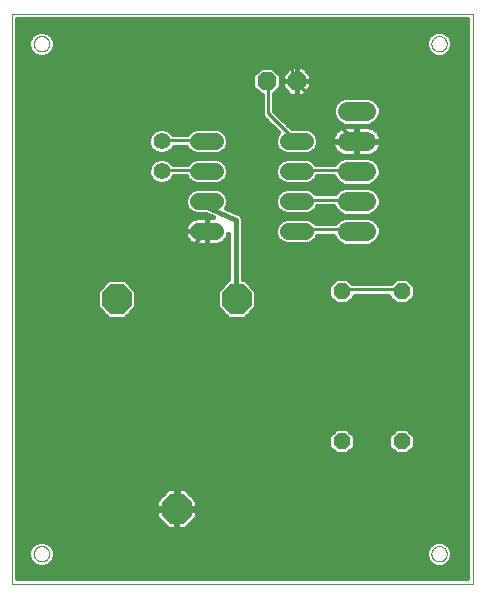
<source format=gtl>
G75*
%MOIN*%
%OFA0B0*%
%FSLAX25Y25*%
%IPPOS*%
%LPD*%
%AMOC8*
5,1,8,0,0,1.08239X$1,22.5*
%
%ADD10C,0.00000*%
%ADD11OC8,0.10000*%
%ADD12OC8,0.06300*%
%ADD13C,0.05600*%
%ADD14OC8,0.05600*%
%ADD15C,0.06400*%
%ADD16C,0.05600*%
%ADD17C,0.01000*%
%ADD18C,0.01600*%
D10*
X0011800Y0016800D02*
X0011800Y0206761D01*
X0165501Y0206761D01*
X0165501Y0016800D01*
X0011800Y0016800D01*
X0019241Y0026800D02*
X0019243Y0026901D01*
X0019249Y0027002D01*
X0019259Y0027103D01*
X0019273Y0027203D01*
X0019291Y0027302D01*
X0019313Y0027401D01*
X0019338Y0027499D01*
X0019368Y0027596D01*
X0019401Y0027691D01*
X0019438Y0027785D01*
X0019479Y0027878D01*
X0019523Y0027969D01*
X0019571Y0028058D01*
X0019623Y0028145D01*
X0019678Y0028230D01*
X0019736Y0028312D01*
X0019797Y0028393D01*
X0019862Y0028471D01*
X0019929Y0028546D01*
X0019999Y0028618D01*
X0020073Y0028688D01*
X0020149Y0028755D01*
X0020227Y0028819D01*
X0020308Y0028879D01*
X0020391Y0028936D01*
X0020477Y0028990D01*
X0020565Y0029041D01*
X0020654Y0029088D01*
X0020745Y0029132D01*
X0020838Y0029171D01*
X0020933Y0029208D01*
X0021028Y0029240D01*
X0021125Y0029269D01*
X0021224Y0029293D01*
X0021322Y0029314D01*
X0021422Y0029331D01*
X0021522Y0029344D01*
X0021623Y0029353D01*
X0021724Y0029358D01*
X0021825Y0029359D01*
X0021926Y0029356D01*
X0022027Y0029349D01*
X0022128Y0029338D01*
X0022228Y0029323D01*
X0022327Y0029304D01*
X0022426Y0029281D01*
X0022523Y0029255D01*
X0022620Y0029224D01*
X0022715Y0029190D01*
X0022808Y0029152D01*
X0022901Y0029110D01*
X0022991Y0029065D01*
X0023080Y0029016D01*
X0023166Y0028964D01*
X0023250Y0028908D01*
X0023333Y0028849D01*
X0023412Y0028787D01*
X0023490Y0028722D01*
X0023564Y0028654D01*
X0023636Y0028582D01*
X0023705Y0028509D01*
X0023771Y0028432D01*
X0023834Y0028353D01*
X0023894Y0028271D01*
X0023950Y0028187D01*
X0024003Y0028101D01*
X0024053Y0028013D01*
X0024099Y0027923D01*
X0024142Y0027832D01*
X0024181Y0027738D01*
X0024216Y0027643D01*
X0024247Y0027547D01*
X0024275Y0027450D01*
X0024299Y0027352D01*
X0024319Y0027253D01*
X0024335Y0027153D01*
X0024347Y0027052D01*
X0024355Y0026952D01*
X0024359Y0026851D01*
X0024359Y0026749D01*
X0024355Y0026648D01*
X0024347Y0026548D01*
X0024335Y0026447D01*
X0024319Y0026347D01*
X0024299Y0026248D01*
X0024275Y0026150D01*
X0024247Y0026053D01*
X0024216Y0025957D01*
X0024181Y0025862D01*
X0024142Y0025768D01*
X0024099Y0025677D01*
X0024053Y0025587D01*
X0024003Y0025499D01*
X0023950Y0025413D01*
X0023894Y0025329D01*
X0023834Y0025247D01*
X0023771Y0025168D01*
X0023705Y0025091D01*
X0023636Y0025018D01*
X0023564Y0024946D01*
X0023490Y0024878D01*
X0023412Y0024813D01*
X0023333Y0024751D01*
X0023250Y0024692D01*
X0023166Y0024636D01*
X0023079Y0024584D01*
X0022991Y0024535D01*
X0022901Y0024490D01*
X0022808Y0024448D01*
X0022715Y0024410D01*
X0022620Y0024376D01*
X0022523Y0024345D01*
X0022426Y0024319D01*
X0022327Y0024296D01*
X0022228Y0024277D01*
X0022128Y0024262D01*
X0022027Y0024251D01*
X0021926Y0024244D01*
X0021825Y0024241D01*
X0021724Y0024242D01*
X0021623Y0024247D01*
X0021522Y0024256D01*
X0021422Y0024269D01*
X0021322Y0024286D01*
X0021224Y0024307D01*
X0021125Y0024331D01*
X0021028Y0024360D01*
X0020933Y0024392D01*
X0020838Y0024429D01*
X0020745Y0024468D01*
X0020654Y0024512D01*
X0020565Y0024559D01*
X0020477Y0024610D01*
X0020391Y0024664D01*
X0020308Y0024721D01*
X0020227Y0024781D01*
X0020149Y0024845D01*
X0020073Y0024912D01*
X0019999Y0024982D01*
X0019929Y0025054D01*
X0019862Y0025129D01*
X0019797Y0025207D01*
X0019736Y0025288D01*
X0019678Y0025370D01*
X0019623Y0025455D01*
X0019571Y0025542D01*
X0019523Y0025631D01*
X0019479Y0025722D01*
X0019438Y0025815D01*
X0019401Y0025909D01*
X0019368Y0026004D01*
X0019338Y0026101D01*
X0019313Y0026199D01*
X0019291Y0026298D01*
X0019273Y0026397D01*
X0019259Y0026497D01*
X0019249Y0026598D01*
X0019243Y0026699D01*
X0019241Y0026800D01*
X0019241Y0196800D02*
X0019243Y0196901D01*
X0019249Y0197002D01*
X0019259Y0197103D01*
X0019273Y0197203D01*
X0019291Y0197302D01*
X0019313Y0197401D01*
X0019338Y0197499D01*
X0019368Y0197596D01*
X0019401Y0197691D01*
X0019438Y0197785D01*
X0019479Y0197878D01*
X0019523Y0197969D01*
X0019571Y0198058D01*
X0019623Y0198145D01*
X0019678Y0198230D01*
X0019736Y0198312D01*
X0019797Y0198393D01*
X0019862Y0198471D01*
X0019929Y0198546D01*
X0019999Y0198618D01*
X0020073Y0198688D01*
X0020149Y0198755D01*
X0020227Y0198819D01*
X0020308Y0198879D01*
X0020391Y0198936D01*
X0020477Y0198990D01*
X0020565Y0199041D01*
X0020654Y0199088D01*
X0020745Y0199132D01*
X0020838Y0199171D01*
X0020933Y0199208D01*
X0021028Y0199240D01*
X0021125Y0199269D01*
X0021224Y0199293D01*
X0021322Y0199314D01*
X0021422Y0199331D01*
X0021522Y0199344D01*
X0021623Y0199353D01*
X0021724Y0199358D01*
X0021825Y0199359D01*
X0021926Y0199356D01*
X0022027Y0199349D01*
X0022128Y0199338D01*
X0022228Y0199323D01*
X0022327Y0199304D01*
X0022426Y0199281D01*
X0022523Y0199255D01*
X0022620Y0199224D01*
X0022715Y0199190D01*
X0022808Y0199152D01*
X0022901Y0199110D01*
X0022991Y0199065D01*
X0023080Y0199016D01*
X0023166Y0198964D01*
X0023250Y0198908D01*
X0023333Y0198849D01*
X0023412Y0198787D01*
X0023490Y0198722D01*
X0023564Y0198654D01*
X0023636Y0198582D01*
X0023705Y0198509D01*
X0023771Y0198432D01*
X0023834Y0198353D01*
X0023894Y0198271D01*
X0023950Y0198187D01*
X0024003Y0198101D01*
X0024053Y0198013D01*
X0024099Y0197923D01*
X0024142Y0197832D01*
X0024181Y0197738D01*
X0024216Y0197643D01*
X0024247Y0197547D01*
X0024275Y0197450D01*
X0024299Y0197352D01*
X0024319Y0197253D01*
X0024335Y0197153D01*
X0024347Y0197052D01*
X0024355Y0196952D01*
X0024359Y0196851D01*
X0024359Y0196749D01*
X0024355Y0196648D01*
X0024347Y0196548D01*
X0024335Y0196447D01*
X0024319Y0196347D01*
X0024299Y0196248D01*
X0024275Y0196150D01*
X0024247Y0196053D01*
X0024216Y0195957D01*
X0024181Y0195862D01*
X0024142Y0195768D01*
X0024099Y0195677D01*
X0024053Y0195587D01*
X0024003Y0195499D01*
X0023950Y0195413D01*
X0023894Y0195329D01*
X0023834Y0195247D01*
X0023771Y0195168D01*
X0023705Y0195091D01*
X0023636Y0195018D01*
X0023564Y0194946D01*
X0023490Y0194878D01*
X0023412Y0194813D01*
X0023333Y0194751D01*
X0023250Y0194692D01*
X0023166Y0194636D01*
X0023079Y0194584D01*
X0022991Y0194535D01*
X0022901Y0194490D01*
X0022808Y0194448D01*
X0022715Y0194410D01*
X0022620Y0194376D01*
X0022523Y0194345D01*
X0022426Y0194319D01*
X0022327Y0194296D01*
X0022228Y0194277D01*
X0022128Y0194262D01*
X0022027Y0194251D01*
X0021926Y0194244D01*
X0021825Y0194241D01*
X0021724Y0194242D01*
X0021623Y0194247D01*
X0021522Y0194256D01*
X0021422Y0194269D01*
X0021322Y0194286D01*
X0021224Y0194307D01*
X0021125Y0194331D01*
X0021028Y0194360D01*
X0020933Y0194392D01*
X0020838Y0194429D01*
X0020745Y0194468D01*
X0020654Y0194512D01*
X0020565Y0194559D01*
X0020477Y0194610D01*
X0020391Y0194664D01*
X0020308Y0194721D01*
X0020227Y0194781D01*
X0020149Y0194845D01*
X0020073Y0194912D01*
X0019999Y0194982D01*
X0019929Y0195054D01*
X0019862Y0195129D01*
X0019797Y0195207D01*
X0019736Y0195288D01*
X0019678Y0195370D01*
X0019623Y0195455D01*
X0019571Y0195542D01*
X0019523Y0195631D01*
X0019479Y0195722D01*
X0019438Y0195815D01*
X0019401Y0195909D01*
X0019368Y0196004D01*
X0019338Y0196101D01*
X0019313Y0196199D01*
X0019291Y0196298D01*
X0019273Y0196397D01*
X0019259Y0196497D01*
X0019249Y0196598D01*
X0019243Y0196699D01*
X0019241Y0196800D01*
X0151741Y0196800D02*
X0151743Y0196901D01*
X0151749Y0197002D01*
X0151759Y0197103D01*
X0151773Y0197203D01*
X0151791Y0197302D01*
X0151813Y0197401D01*
X0151838Y0197499D01*
X0151868Y0197596D01*
X0151901Y0197691D01*
X0151938Y0197785D01*
X0151979Y0197878D01*
X0152023Y0197969D01*
X0152071Y0198058D01*
X0152123Y0198145D01*
X0152178Y0198230D01*
X0152236Y0198312D01*
X0152297Y0198393D01*
X0152362Y0198471D01*
X0152429Y0198546D01*
X0152499Y0198618D01*
X0152573Y0198688D01*
X0152649Y0198755D01*
X0152727Y0198819D01*
X0152808Y0198879D01*
X0152891Y0198936D01*
X0152977Y0198990D01*
X0153065Y0199041D01*
X0153154Y0199088D01*
X0153245Y0199132D01*
X0153338Y0199171D01*
X0153433Y0199208D01*
X0153528Y0199240D01*
X0153625Y0199269D01*
X0153724Y0199293D01*
X0153822Y0199314D01*
X0153922Y0199331D01*
X0154022Y0199344D01*
X0154123Y0199353D01*
X0154224Y0199358D01*
X0154325Y0199359D01*
X0154426Y0199356D01*
X0154527Y0199349D01*
X0154628Y0199338D01*
X0154728Y0199323D01*
X0154827Y0199304D01*
X0154926Y0199281D01*
X0155023Y0199255D01*
X0155120Y0199224D01*
X0155215Y0199190D01*
X0155308Y0199152D01*
X0155401Y0199110D01*
X0155491Y0199065D01*
X0155580Y0199016D01*
X0155666Y0198964D01*
X0155750Y0198908D01*
X0155833Y0198849D01*
X0155912Y0198787D01*
X0155990Y0198722D01*
X0156064Y0198654D01*
X0156136Y0198582D01*
X0156205Y0198509D01*
X0156271Y0198432D01*
X0156334Y0198353D01*
X0156394Y0198271D01*
X0156450Y0198187D01*
X0156503Y0198101D01*
X0156553Y0198013D01*
X0156599Y0197923D01*
X0156642Y0197832D01*
X0156681Y0197738D01*
X0156716Y0197643D01*
X0156747Y0197547D01*
X0156775Y0197450D01*
X0156799Y0197352D01*
X0156819Y0197253D01*
X0156835Y0197153D01*
X0156847Y0197052D01*
X0156855Y0196952D01*
X0156859Y0196851D01*
X0156859Y0196749D01*
X0156855Y0196648D01*
X0156847Y0196548D01*
X0156835Y0196447D01*
X0156819Y0196347D01*
X0156799Y0196248D01*
X0156775Y0196150D01*
X0156747Y0196053D01*
X0156716Y0195957D01*
X0156681Y0195862D01*
X0156642Y0195768D01*
X0156599Y0195677D01*
X0156553Y0195587D01*
X0156503Y0195499D01*
X0156450Y0195413D01*
X0156394Y0195329D01*
X0156334Y0195247D01*
X0156271Y0195168D01*
X0156205Y0195091D01*
X0156136Y0195018D01*
X0156064Y0194946D01*
X0155990Y0194878D01*
X0155912Y0194813D01*
X0155833Y0194751D01*
X0155750Y0194692D01*
X0155666Y0194636D01*
X0155579Y0194584D01*
X0155491Y0194535D01*
X0155401Y0194490D01*
X0155308Y0194448D01*
X0155215Y0194410D01*
X0155120Y0194376D01*
X0155023Y0194345D01*
X0154926Y0194319D01*
X0154827Y0194296D01*
X0154728Y0194277D01*
X0154628Y0194262D01*
X0154527Y0194251D01*
X0154426Y0194244D01*
X0154325Y0194241D01*
X0154224Y0194242D01*
X0154123Y0194247D01*
X0154022Y0194256D01*
X0153922Y0194269D01*
X0153822Y0194286D01*
X0153724Y0194307D01*
X0153625Y0194331D01*
X0153528Y0194360D01*
X0153433Y0194392D01*
X0153338Y0194429D01*
X0153245Y0194468D01*
X0153154Y0194512D01*
X0153065Y0194559D01*
X0152977Y0194610D01*
X0152891Y0194664D01*
X0152808Y0194721D01*
X0152727Y0194781D01*
X0152649Y0194845D01*
X0152573Y0194912D01*
X0152499Y0194982D01*
X0152429Y0195054D01*
X0152362Y0195129D01*
X0152297Y0195207D01*
X0152236Y0195288D01*
X0152178Y0195370D01*
X0152123Y0195455D01*
X0152071Y0195542D01*
X0152023Y0195631D01*
X0151979Y0195722D01*
X0151938Y0195815D01*
X0151901Y0195909D01*
X0151868Y0196004D01*
X0151838Y0196101D01*
X0151813Y0196199D01*
X0151791Y0196298D01*
X0151773Y0196397D01*
X0151759Y0196497D01*
X0151749Y0196598D01*
X0151743Y0196699D01*
X0151741Y0196800D01*
X0151741Y0026800D02*
X0151743Y0026901D01*
X0151749Y0027002D01*
X0151759Y0027103D01*
X0151773Y0027203D01*
X0151791Y0027302D01*
X0151813Y0027401D01*
X0151838Y0027499D01*
X0151868Y0027596D01*
X0151901Y0027691D01*
X0151938Y0027785D01*
X0151979Y0027878D01*
X0152023Y0027969D01*
X0152071Y0028058D01*
X0152123Y0028145D01*
X0152178Y0028230D01*
X0152236Y0028312D01*
X0152297Y0028393D01*
X0152362Y0028471D01*
X0152429Y0028546D01*
X0152499Y0028618D01*
X0152573Y0028688D01*
X0152649Y0028755D01*
X0152727Y0028819D01*
X0152808Y0028879D01*
X0152891Y0028936D01*
X0152977Y0028990D01*
X0153065Y0029041D01*
X0153154Y0029088D01*
X0153245Y0029132D01*
X0153338Y0029171D01*
X0153433Y0029208D01*
X0153528Y0029240D01*
X0153625Y0029269D01*
X0153724Y0029293D01*
X0153822Y0029314D01*
X0153922Y0029331D01*
X0154022Y0029344D01*
X0154123Y0029353D01*
X0154224Y0029358D01*
X0154325Y0029359D01*
X0154426Y0029356D01*
X0154527Y0029349D01*
X0154628Y0029338D01*
X0154728Y0029323D01*
X0154827Y0029304D01*
X0154926Y0029281D01*
X0155023Y0029255D01*
X0155120Y0029224D01*
X0155215Y0029190D01*
X0155308Y0029152D01*
X0155401Y0029110D01*
X0155491Y0029065D01*
X0155580Y0029016D01*
X0155666Y0028964D01*
X0155750Y0028908D01*
X0155833Y0028849D01*
X0155912Y0028787D01*
X0155990Y0028722D01*
X0156064Y0028654D01*
X0156136Y0028582D01*
X0156205Y0028509D01*
X0156271Y0028432D01*
X0156334Y0028353D01*
X0156394Y0028271D01*
X0156450Y0028187D01*
X0156503Y0028101D01*
X0156553Y0028013D01*
X0156599Y0027923D01*
X0156642Y0027832D01*
X0156681Y0027738D01*
X0156716Y0027643D01*
X0156747Y0027547D01*
X0156775Y0027450D01*
X0156799Y0027352D01*
X0156819Y0027253D01*
X0156835Y0027153D01*
X0156847Y0027052D01*
X0156855Y0026952D01*
X0156859Y0026851D01*
X0156859Y0026749D01*
X0156855Y0026648D01*
X0156847Y0026548D01*
X0156835Y0026447D01*
X0156819Y0026347D01*
X0156799Y0026248D01*
X0156775Y0026150D01*
X0156747Y0026053D01*
X0156716Y0025957D01*
X0156681Y0025862D01*
X0156642Y0025768D01*
X0156599Y0025677D01*
X0156553Y0025587D01*
X0156503Y0025499D01*
X0156450Y0025413D01*
X0156394Y0025329D01*
X0156334Y0025247D01*
X0156271Y0025168D01*
X0156205Y0025091D01*
X0156136Y0025018D01*
X0156064Y0024946D01*
X0155990Y0024878D01*
X0155912Y0024813D01*
X0155833Y0024751D01*
X0155750Y0024692D01*
X0155666Y0024636D01*
X0155579Y0024584D01*
X0155491Y0024535D01*
X0155401Y0024490D01*
X0155308Y0024448D01*
X0155215Y0024410D01*
X0155120Y0024376D01*
X0155023Y0024345D01*
X0154926Y0024319D01*
X0154827Y0024296D01*
X0154728Y0024277D01*
X0154628Y0024262D01*
X0154527Y0024251D01*
X0154426Y0024244D01*
X0154325Y0024241D01*
X0154224Y0024242D01*
X0154123Y0024247D01*
X0154022Y0024256D01*
X0153922Y0024269D01*
X0153822Y0024286D01*
X0153724Y0024307D01*
X0153625Y0024331D01*
X0153528Y0024360D01*
X0153433Y0024392D01*
X0153338Y0024429D01*
X0153245Y0024468D01*
X0153154Y0024512D01*
X0153065Y0024559D01*
X0152977Y0024610D01*
X0152891Y0024664D01*
X0152808Y0024721D01*
X0152727Y0024781D01*
X0152649Y0024845D01*
X0152573Y0024912D01*
X0152499Y0024982D01*
X0152429Y0025054D01*
X0152362Y0025129D01*
X0152297Y0025207D01*
X0152236Y0025288D01*
X0152178Y0025370D01*
X0152123Y0025455D01*
X0152071Y0025542D01*
X0152023Y0025631D01*
X0151979Y0025722D01*
X0151938Y0025815D01*
X0151901Y0025909D01*
X0151868Y0026004D01*
X0151838Y0026101D01*
X0151813Y0026199D01*
X0151791Y0026298D01*
X0151773Y0026397D01*
X0151759Y0026497D01*
X0151749Y0026598D01*
X0151743Y0026699D01*
X0151741Y0026800D01*
D11*
X0086800Y0111800D03*
X0046800Y0111800D03*
X0066800Y0041800D03*
D12*
X0096800Y0184300D03*
X0106800Y0184300D03*
D13*
X0104000Y0164300D02*
X0109600Y0164300D01*
X0109600Y0154300D02*
X0104000Y0154300D01*
X0104000Y0144300D02*
X0109600Y0144300D01*
X0109600Y0134300D02*
X0104000Y0134300D01*
X0079600Y0134300D02*
X0074000Y0134300D01*
X0074000Y0144300D02*
X0079600Y0144300D01*
X0079600Y0154300D02*
X0074000Y0154300D01*
X0074000Y0164300D02*
X0079600Y0164300D01*
D14*
X0121800Y0114300D03*
X0141800Y0114300D03*
X0141800Y0064300D03*
X0121800Y0064300D03*
D15*
X0123600Y0134300D02*
X0130000Y0134300D01*
X0130000Y0144300D02*
X0123600Y0144300D01*
X0123600Y0154300D02*
X0130000Y0154300D01*
X0130000Y0164300D02*
X0123600Y0164300D01*
X0123600Y0174300D02*
X0130000Y0174300D01*
D16*
X0061800Y0164300D03*
X0061800Y0154300D03*
D17*
X0062200Y0154700D01*
X0076600Y0154700D01*
X0076800Y0154300D01*
X0076800Y0164300D02*
X0076600Y0164600D01*
X0062200Y0164600D01*
X0061800Y0164300D01*
X0076800Y0134300D02*
X0076600Y0134000D01*
X0067600Y0125000D01*
X0067600Y0042200D01*
X0066800Y0041800D01*
X0086800Y0111800D02*
X0086500Y0112400D01*
X0106800Y0134300D02*
X0107200Y0134900D01*
X0126100Y0134900D01*
X0126800Y0134300D01*
X0126800Y0144300D02*
X0126100Y0144800D01*
X0107200Y0144800D01*
X0106800Y0144300D01*
X0106800Y0154300D02*
X0107200Y0154700D01*
X0126100Y0154700D01*
X0126800Y0154300D01*
X0126800Y0164300D02*
X0126100Y0164600D01*
X0107200Y0183500D01*
X0102200Y0194300D01*
X0106800Y0184300D01*
X0097300Y0183800D02*
X0097300Y0173600D01*
X0106300Y0164600D01*
X0106800Y0164300D01*
X0097300Y0183800D02*
X0096800Y0184300D01*
X0122500Y0114900D02*
X0121800Y0114300D01*
X0122500Y0114900D02*
X0141400Y0114900D01*
X0141800Y0114300D01*
D18*
X0138277Y0117000D02*
X0139977Y0118700D01*
X0143623Y0118700D01*
X0146200Y0116123D01*
X0146200Y0112477D01*
X0143623Y0109900D01*
X0139977Y0109900D01*
X0137400Y0112477D01*
X0137400Y0112800D01*
X0126200Y0112800D01*
X0126200Y0112477D01*
X0123623Y0109900D01*
X0119977Y0109900D01*
X0117400Y0112477D01*
X0117400Y0116123D01*
X0119977Y0118700D01*
X0123623Y0118700D01*
X0125323Y0117000D01*
X0138277Y0117000D01*
X0138375Y0117097D02*
X0125225Y0117097D01*
X0123627Y0118696D02*
X0139973Y0118696D01*
X0143627Y0118696D02*
X0163701Y0118696D01*
X0163701Y0120294D02*
X0088900Y0120294D01*
X0088900Y0118696D02*
X0119973Y0118696D01*
X0118375Y0117097D02*
X0090837Y0117097D01*
X0089534Y0118400D02*
X0088900Y0118400D01*
X0088900Y0138069D01*
X0088911Y0138516D01*
X0088900Y0138546D01*
X0088900Y0138577D01*
X0088729Y0138990D01*
X0088569Y0139407D01*
X0088547Y0139430D01*
X0088535Y0139459D01*
X0088219Y0139775D01*
X0087911Y0140099D01*
X0087882Y0140112D01*
X0087859Y0140135D01*
X0087447Y0140306D01*
X0083445Y0142084D01*
X0084000Y0143425D01*
X0084000Y0145175D01*
X0083330Y0146792D01*
X0082092Y0148030D01*
X0080475Y0148700D01*
X0073125Y0148700D01*
X0071508Y0148030D01*
X0070270Y0146792D01*
X0069600Y0145175D01*
X0069600Y0143425D01*
X0070270Y0141808D01*
X0071508Y0140570D01*
X0073125Y0139900D01*
X0076540Y0139900D01*
X0076553Y0139894D01*
X0078791Y0138900D01*
X0076800Y0138900D01*
X0076800Y0134300D01*
X0076800Y0134300D01*
X0076800Y0129700D01*
X0079962Y0129700D01*
X0080677Y0129813D01*
X0081366Y0130037D01*
X0082011Y0130366D01*
X0082597Y0130791D01*
X0083109Y0131303D01*
X0083534Y0131889D01*
X0083863Y0132534D01*
X0084087Y0133223D01*
X0084100Y0133307D01*
X0084100Y0118400D01*
X0084066Y0118400D01*
X0080200Y0114534D01*
X0080200Y0109066D01*
X0084066Y0105200D01*
X0089534Y0105200D01*
X0093400Y0109066D01*
X0093400Y0114534D01*
X0089534Y0118400D01*
X0092435Y0115499D02*
X0117400Y0115499D01*
X0117400Y0113900D02*
X0093400Y0113900D01*
X0093400Y0112302D02*
X0117576Y0112302D01*
X0119174Y0110703D02*
X0093400Y0110703D01*
X0093400Y0109105D02*
X0163701Y0109105D01*
X0163701Y0110703D02*
X0144426Y0110703D01*
X0146024Y0112302D02*
X0163701Y0112302D01*
X0163701Y0113900D02*
X0146200Y0113900D01*
X0146200Y0115499D02*
X0163701Y0115499D01*
X0163701Y0117097D02*
X0145225Y0117097D01*
X0139174Y0110703D02*
X0124426Y0110703D01*
X0126024Y0112302D02*
X0137576Y0112302D01*
X0130955Y0129500D02*
X0132719Y0130231D01*
X0134069Y0131581D01*
X0134800Y0133345D01*
X0134800Y0135255D01*
X0134069Y0137019D01*
X0132719Y0138369D01*
X0130955Y0139100D01*
X0122645Y0139100D01*
X0120881Y0138369D01*
X0119531Y0137019D01*
X0119523Y0137000D01*
X0113123Y0137000D01*
X0112092Y0138030D01*
X0110475Y0138700D01*
X0103125Y0138700D01*
X0101508Y0138030D01*
X0100270Y0136792D01*
X0099600Y0135175D01*
X0099600Y0133425D01*
X0100270Y0131808D01*
X0101508Y0130570D01*
X0103125Y0129900D01*
X0110475Y0129900D01*
X0112092Y0130570D01*
X0113330Y0131808D01*
X0113741Y0132800D01*
X0119026Y0132800D01*
X0119531Y0131581D01*
X0120881Y0130231D01*
X0122645Y0129500D01*
X0130955Y0129500D01*
X0131885Y0129885D02*
X0163701Y0129885D01*
X0163701Y0128287D02*
X0088900Y0128287D01*
X0088900Y0129885D02*
X0121715Y0129885D01*
X0119628Y0131484D02*
X0113006Y0131484D01*
X0112245Y0137878D02*
X0120390Y0137878D01*
X0120881Y0140231D02*
X0119531Y0141581D01*
X0119067Y0142700D01*
X0113700Y0142700D01*
X0113330Y0141808D01*
X0112092Y0140570D01*
X0110475Y0139900D01*
X0103125Y0139900D01*
X0101508Y0140570D01*
X0100270Y0141808D01*
X0099600Y0143425D01*
X0099600Y0145175D01*
X0100270Y0146792D01*
X0101508Y0148030D01*
X0103125Y0148700D01*
X0110475Y0148700D01*
X0112092Y0148030D01*
X0113223Y0146900D01*
X0119481Y0146900D01*
X0119531Y0147019D01*
X0120881Y0148369D01*
X0122645Y0149100D01*
X0130955Y0149100D01*
X0132719Y0148369D01*
X0134069Y0147019D01*
X0134800Y0145255D01*
X0134800Y0143345D01*
X0134069Y0141581D01*
X0132719Y0140231D01*
X0130955Y0139500D01*
X0122645Y0139500D01*
X0120881Y0140231D01*
X0120037Y0141075D02*
X0112597Y0141075D01*
X0113689Y0142673D02*
X0119078Y0142673D01*
X0119981Y0147469D02*
X0112654Y0147469D01*
X0112092Y0150570D02*
X0113330Y0151808D01*
X0113658Y0152600D01*
X0119109Y0152600D01*
X0119531Y0151581D01*
X0120881Y0150231D01*
X0122645Y0149500D01*
X0130955Y0149500D01*
X0132719Y0150231D01*
X0134069Y0151581D01*
X0134800Y0153345D01*
X0134800Y0155255D01*
X0134069Y0157019D01*
X0132719Y0158369D01*
X0130955Y0159100D01*
X0122645Y0159100D01*
X0120881Y0158369D01*
X0119531Y0157019D01*
X0119440Y0156800D01*
X0113323Y0156800D01*
X0112092Y0158030D01*
X0110475Y0158700D01*
X0103125Y0158700D01*
X0101508Y0158030D01*
X0100270Y0156792D01*
X0099600Y0155175D01*
X0099600Y0153425D01*
X0100270Y0151808D01*
X0101508Y0150570D01*
X0103125Y0149900D01*
X0110475Y0149900D01*
X0112092Y0150570D01*
X0112189Y0150666D02*
X0120446Y0150666D01*
X0119248Y0152265D02*
X0113519Y0152265D01*
X0113062Y0157060D02*
X0119572Y0157060D01*
X0121580Y0158659D02*
X0110575Y0158659D01*
X0110475Y0159900D02*
X0112092Y0160570D01*
X0113330Y0161808D01*
X0114000Y0163425D01*
X0114000Y0165175D01*
X0113330Y0166792D01*
X0112092Y0168030D01*
X0110475Y0168700D01*
X0105170Y0168700D01*
X0099400Y0174470D01*
X0099400Y0180182D01*
X0101550Y0182332D01*
X0101550Y0186268D01*
X0098768Y0189050D01*
X0094832Y0189050D01*
X0092050Y0186268D01*
X0092050Y0182332D01*
X0094832Y0179550D01*
X0095200Y0179550D01*
X0095200Y0172730D01*
X0096430Y0171500D01*
X0100704Y0167226D01*
X0100270Y0166792D01*
X0099600Y0165175D01*
X0099600Y0163425D01*
X0100270Y0161808D01*
X0101508Y0160570D01*
X0103125Y0159900D01*
X0110475Y0159900D01*
X0111337Y0160257D02*
X0120658Y0160257D01*
X0120343Y0160486D02*
X0120979Y0160024D01*
X0121681Y0159666D01*
X0122429Y0159423D01*
X0123206Y0159300D01*
X0126600Y0159300D01*
X0126600Y0164100D01*
X0127000Y0164100D01*
X0127000Y0164500D01*
X0126600Y0164500D01*
X0126600Y0169300D01*
X0123206Y0169300D01*
X0122429Y0169177D01*
X0121681Y0168934D01*
X0120979Y0168576D01*
X0120343Y0168114D01*
X0119786Y0167557D01*
X0119324Y0166921D01*
X0118966Y0166219D01*
X0118723Y0165471D01*
X0118600Y0164694D01*
X0118600Y0164500D01*
X0126600Y0164500D01*
X0126600Y0164100D01*
X0118600Y0164100D01*
X0118600Y0163906D01*
X0118723Y0163129D01*
X0118966Y0162381D01*
X0119324Y0161679D01*
X0119786Y0161043D01*
X0120343Y0160486D01*
X0119234Y0161856D02*
X0113350Y0161856D01*
X0114000Y0163454D02*
X0118672Y0163454D01*
X0118657Y0165053D02*
X0114000Y0165053D01*
X0113389Y0166651D02*
X0119186Y0166651D01*
X0120530Y0168250D02*
X0111562Y0168250D01*
X0104022Y0169848D02*
X0121805Y0169848D01*
X0122645Y0169500D02*
X0130955Y0169500D01*
X0132719Y0170231D01*
X0134069Y0171581D01*
X0134800Y0173345D01*
X0134800Y0175255D01*
X0134069Y0177019D01*
X0132719Y0178369D01*
X0130955Y0179100D01*
X0122645Y0179100D01*
X0120881Y0178369D01*
X0119531Y0177019D01*
X0118800Y0175255D01*
X0118800Y0173345D01*
X0119531Y0171581D01*
X0120881Y0170231D01*
X0122645Y0169500D01*
X0119665Y0171447D02*
X0102423Y0171447D01*
X0100825Y0173045D02*
X0118924Y0173045D01*
X0118800Y0174644D02*
X0099400Y0174644D01*
X0099400Y0176242D02*
X0119209Y0176242D01*
X0120352Y0177841D02*
X0099400Y0177841D01*
X0099400Y0179439D02*
X0104660Y0179439D01*
X0104750Y0179350D02*
X0106800Y0179350D01*
X0108850Y0179350D01*
X0111750Y0182250D01*
X0111750Y0184300D01*
X0111750Y0186350D01*
X0108850Y0189250D01*
X0106800Y0189250D01*
X0106800Y0184300D01*
X0111750Y0184300D01*
X0106800Y0184300D01*
X0106800Y0184300D01*
X0106800Y0184300D01*
X0106800Y0179350D01*
X0106800Y0184300D01*
X0106800Y0184300D01*
X0106800Y0184300D01*
X0101850Y0184300D01*
X0101850Y0186350D01*
X0104750Y0189250D01*
X0106800Y0189250D01*
X0106800Y0184300D01*
X0101850Y0184300D01*
X0101850Y0182250D01*
X0104750Y0179350D01*
X0106800Y0179439D02*
X0106800Y0179439D01*
X0106800Y0181038D02*
X0106800Y0181038D01*
X0106800Y0182636D02*
X0106800Y0182636D01*
X0106800Y0184235D02*
X0106800Y0184235D01*
X0106800Y0185833D02*
X0106800Y0185833D01*
X0106800Y0187432D02*
X0106800Y0187432D01*
X0106800Y0189030D02*
X0106800Y0189030D01*
X0104530Y0189030D02*
X0098787Y0189030D01*
X0100386Y0187432D02*
X0102931Y0187432D01*
X0101850Y0185833D02*
X0101550Y0185833D01*
X0101550Y0184235D02*
X0101850Y0184235D01*
X0101850Y0182636D02*
X0101550Y0182636D01*
X0100255Y0181038D02*
X0103062Y0181038D01*
X0108940Y0179439D02*
X0163701Y0179439D01*
X0163701Y0177841D02*
X0133247Y0177841D01*
X0134391Y0176242D02*
X0163701Y0176242D01*
X0163701Y0174644D02*
X0134800Y0174644D01*
X0134676Y0173045D02*
X0163701Y0173045D01*
X0163701Y0171447D02*
X0133935Y0171447D01*
X0131795Y0169848D02*
X0163701Y0169848D01*
X0163701Y0168250D02*
X0133070Y0168250D01*
X0133257Y0168114D02*
X0132621Y0168576D01*
X0131919Y0168934D01*
X0131171Y0169177D01*
X0130394Y0169300D01*
X0127000Y0169300D01*
X0127000Y0164500D01*
X0135000Y0164500D01*
X0135000Y0164694D01*
X0134877Y0165471D01*
X0134634Y0166219D01*
X0134276Y0166921D01*
X0133814Y0167557D01*
X0133257Y0168114D01*
X0134414Y0166651D02*
X0163701Y0166651D01*
X0163701Y0165053D02*
X0134943Y0165053D01*
X0135000Y0164100D02*
X0127000Y0164100D01*
X0127000Y0159300D01*
X0130394Y0159300D01*
X0131171Y0159423D01*
X0131919Y0159666D01*
X0132621Y0160024D01*
X0133257Y0160486D01*
X0133814Y0161043D01*
X0134276Y0161679D01*
X0134634Y0162381D01*
X0134877Y0163129D01*
X0135000Y0163906D01*
X0135000Y0164100D01*
X0134928Y0163454D02*
X0163701Y0163454D01*
X0163701Y0161856D02*
X0134366Y0161856D01*
X0132942Y0160257D02*
X0163701Y0160257D01*
X0163701Y0158659D02*
X0132020Y0158659D01*
X0134028Y0157060D02*
X0163701Y0157060D01*
X0163701Y0155462D02*
X0134714Y0155462D01*
X0134800Y0153863D02*
X0163701Y0153863D01*
X0163701Y0152265D02*
X0134352Y0152265D01*
X0133154Y0150666D02*
X0163701Y0150666D01*
X0163701Y0149068D02*
X0131033Y0149068D01*
X0133619Y0147469D02*
X0163701Y0147469D01*
X0163701Y0145870D02*
X0134545Y0145870D01*
X0134800Y0144272D02*
X0163701Y0144272D01*
X0163701Y0142673D02*
X0134522Y0142673D01*
X0133563Y0141075D02*
X0163701Y0141075D01*
X0163701Y0139476D02*
X0088518Y0139476D01*
X0088900Y0137878D02*
X0101355Y0137878D01*
X0100057Y0136279D02*
X0088900Y0136279D01*
X0088900Y0134681D02*
X0099600Y0134681D01*
X0099742Y0133082D02*
X0088900Y0133082D01*
X0088900Y0131484D02*
X0100594Y0131484D01*
X0101002Y0141075D02*
X0085716Y0141075D01*
X0083689Y0142673D02*
X0099911Y0142673D01*
X0099600Y0144272D02*
X0084000Y0144272D01*
X0083712Y0145870D02*
X0099888Y0145870D01*
X0100946Y0147469D02*
X0082654Y0147469D01*
X0082092Y0150570D02*
X0083330Y0151808D01*
X0084000Y0153425D01*
X0084000Y0155175D01*
X0083330Y0156792D01*
X0082092Y0158030D01*
X0080475Y0158700D01*
X0073125Y0158700D01*
X0071508Y0158030D01*
X0070277Y0156800D01*
X0065523Y0156800D01*
X0064292Y0158030D01*
X0062675Y0158700D01*
X0060925Y0158700D01*
X0059308Y0158030D01*
X0058070Y0156792D01*
X0057400Y0155175D01*
X0057400Y0153425D01*
X0058070Y0151808D01*
X0059308Y0150570D01*
X0060925Y0149900D01*
X0062675Y0149900D01*
X0064292Y0150570D01*
X0065530Y0151808D01*
X0065858Y0152600D01*
X0069942Y0152600D01*
X0070270Y0151808D01*
X0071508Y0150570D01*
X0073125Y0149900D01*
X0080475Y0149900D01*
X0082092Y0150570D01*
X0082189Y0150666D02*
X0101411Y0150666D01*
X0100081Y0152265D02*
X0083519Y0152265D01*
X0084000Y0153863D02*
X0099600Y0153863D01*
X0099719Y0155462D02*
X0083881Y0155462D01*
X0083062Y0157060D02*
X0100538Y0157060D01*
X0103025Y0158659D02*
X0080575Y0158659D01*
X0080475Y0159900D02*
X0082092Y0160570D01*
X0083330Y0161808D01*
X0084000Y0163425D01*
X0084000Y0165175D01*
X0083330Y0166792D01*
X0082092Y0168030D01*
X0080475Y0168700D01*
X0073125Y0168700D01*
X0071508Y0168030D01*
X0070270Y0166792D01*
X0070232Y0166700D01*
X0065568Y0166700D01*
X0065530Y0166792D01*
X0064292Y0168030D01*
X0062675Y0168700D01*
X0060925Y0168700D01*
X0059308Y0168030D01*
X0058070Y0166792D01*
X0057400Y0165175D01*
X0057400Y0163425D01*
X0058070Y0161808D01*
X0059308Y0160570D01*
X0060925Y0159900D01*
X0062675Y0159900D01*
X0064292Y0160570D01*
X0065530Y0161808D01*
X0065817Y0162500D01*
X0069983Y0162500D01*
X0070270Y0161808D01*
X0071508Y0160570D01*
X0073125Y0159900D01*
X0080475Y0159900D01*
X0081337Y0160257D02*
X0102263Y0160257D01*
X0100250Y0161856D02*
X0083350Y0161856D01*
X0084000Y0163454D02*
X0099600Y0163454D01*
X0099600Y0165053D02*
X0084000Y0165053D01*
X0083389Y0166651D02*
X0100211Y0166651D01*
X0099680Y0168250D02*
X0081562Y0168250D01*
X0072038Y0168250D02*
X0063762Y0168250D01*
X0059838Y0168250D02*
X0013600Y0168250D01*
X0013600Y0169848D02*
X0098082Y0169848D01*
X0096483Y0171447D02*
X0013600Y0171447D01*
X0013600Y0173045D02*
X0095200Y0173045D01*
X0095200Y0174644D02*
X0013600Y0174644D01*
X0013600Y0176242D02*
X0095200Y0176242D01*
X0095200Y0177841D02*
X0013600Y0177841D01*
X0013600Y0179439D02*
X0095200Y0179439D01*
X0093345Y0181038D02*
X0013600Y0181038D01*
X0013600Y0182636D02*
X0092050Y0182636D01*
X0092050Y0184235D02*
X0013600Y0184235D01*
X0013600Y0185833D02*
X0092050Y0185833D01*
X0093214Y0187432D02*
X0013600Y0187432D01*
X0013600Y0189030D02*
X0094813Y0189030D01*
X0109070Y0189030D02*
X0163701Y0189030D01*
X0163701Y0187432D02*
X0110669Y0187432D01*
X0111750Y0185833D02*
X0163701Y0185833D01*
X0163701Y0184235D02*
X0111750Y0184235D01*
X0111750Y0182636D02*
X0163701Y0182636D01*
X0163701Y0181038D02*
X0110538Y0181038D01*
X0126600Y0168250D02*
X0127000Y0168250D01*
X0127000Y0166651D02*
X0126600Y0166651D01*
X0126600Y0165053D02*
X0127000Y0165053D01*
X0127000Y0163454D02*
X0126600Y0163454D01*
X0126600Y0161856D02*
X0127000Y0161856D01*
X0127000Y0160257D02*
X0126600Y0160257D01*
X0122567Y0149068D02*
X0013600Y0149068D01*
X0013600Y0150666D02*
X0059211Y0150666D01*
X0057881Y0152265D02*
X0013600Y0152265D01*
X0013600Y0153863D02*
X0057400Y0153863D01*
X0057519Y0155462D02*
X0013600Y0155462D01*
X0013600Y0157060D02*
X0058338Y0157060D01*
X0060825Y0158659D02*
X0013600Y0158659D01*
X0013600Y0160257D02*
X0060063Y0160257D01*
X0058050Y0161856D02*
X0013600Y0161856D01*
X0013600Y0163454D02*
X0057400Y0163454D01*
X0057400Y0165053D02*
X0013600Y0165053D01*
X0013600Y0166651D02*
X0058011Y0166651D01*
X0063537Y0160257D02*
X0072263Y0160257D01*
X0073025Y0158659D02*
X0062775Y0158659D01*
X0065262Y0157060D02*
X0070538Y0157060D01*
X0070250Y0161856D02*
X0065550Y0161856D01*
X0065719Y0152265D02*
X0070081Y0152265D01*
X0071411Y0150666D02*
X0064389Y0150666D01*
X0069600Y0144272D02*
X0013600Y0144272D01*
X0013600Y0145870D02*
X0069888Y0145870D01*
X0070946Y0147469D02*
X0013600Y0147469D01*
X0013600Y0142673D02*
X0069911Y0142673D01*
X0071002Y0141075D02*
X0013600Y0141075D01*
X0013600Y0139476D02*
X0077494Y0139476D01*
X0076800Y0138900D02*
X0073638Y0138900D01*
X0072923Y0138787D01*
X0072234Y0138563D01*
X0071589Y0138234D01*
X0071003Y0137809D01*
X0070491Y0137297D01*
X0070066Y0136711D01*
X0069737Y0136066D01*
X0069513Y0135377D01*
X0069400Y0134662D01*
X0069400Y0134300D01*
X0076800Y0134300D01*
X0076800Y0134300D01*
X0076800Y0134300D01*
X0076800Y0138900D01*
X0076800Y0137878D02*
X0076800Y0137878D01*
X0076800Y0136279D02*
X0076800Y0136279D01*
X0076800Y0134681D02*
X0076800Y0134681D01*
X0076800Y0134300D02*
X0069400Y0134300D01*
X0069400Y0133938D01*
X0069513Y0133223D01*
X0069737Y0132534D01*
X0070066Y0131889D01*
X0070491Y0131303D01*
X0071003Y0130791D01*
X0071589Y0130366D01*
X0072234Y0130037D01*
X0072923Y0129813D01*
X0073638Y0129700D01*
X0076800Y0129700D01*
X0076800Y0134300D01*
X0076800Y0133082D02*
X0076800Y0133082D01*
X0076800Y0131484D02*
X0076800Y0131484D01*
X0076800Y0129885D02*
X0076800Y0129885D01*
X0080899Y0129885D02*
X0084100Y0129885D01*
X0084100Y0128287D02*
X0013600Y0128287D01*
X0013600Y0129885D02*
X0072701Y0129885D01*
X0070360Y0131484D02*
X0013600Y0131484D01*
X0013600Y0133082D02*
X0069559Y0133082D01*
X0069403Y0134681D02*
X0013600Y0134681D01*
X0013600Y0136279D02*
X0069846Y0136279D01*
X0071099Y0137878D02*
X0013600Y0137878D01*
X0013600Y0126688D02*
X0084100Y0126688D01*
X0084100Y0125090D02*
X0013600Y0125090D01*
X0013600Y0123491D02*
X0084100Y0123491D01*
X0084100Y0121893D02*
X0013600Y0121893D01*
X0013600Y0120294D02*
X0084100Y0120294D01*
X0084100Y0118696D02*
X0013600Y0118696D01*
X0013600Y0117097D02*
X0042763Y0117097D01*
X0044066Y0118400D02*
X0040200Y0114534D01*
X0040200Y0109066D01*
X0044066Y0105200D01*
X0049534Y0105200D01*
X0053400Y0109066D01*
X0053400Y0114534D01*
X0049534Y0118400D01*
X0044066Y0118400D01*
X0041165Y0115499D02*
X0013600Y0115499D01*
X0013600Y0113900D02*
X0040200Y0113900D01*
X0040200Y0112302D02*
X0013600Y0112302D01*
X0013600Y0110703D02*
X0040200Y0110703D01*
X0040200Y0109105D02*
X0013600Y0109105D01*
X0013600Y0107506D02*
X0041760Y0107506D01*
X0043358Y0105908D02*
X0013600Y0105908D01*
X0013600Y0104309D02*
X0163701Y0104309D01*
X0163701Y0102711D02*
X0013600Y0102711D01*
X0013600Y0101112D02*
X0163701Y0101112D01*
X0163701Y0099514D02*
X0013600Y0099514D01*
X0013600Y0097915D02*
X0163701Y0097915D01*
X0163701Y0096317D02*
X0013600Y0096317D01*
X0013600Y0094718D02*
X0163701Y0094718D01*
X0163701Y0093120D02*
X0013600Y0093120D01*
X0013600Y0091521D02*
X0163701Y0091521D01*
X0163701Y0089923D02*
X0013600Y0089923D01*
X0013600Y0088324D02*
X0163701Y0088324D01*
X0163701Y0086726D02*
X0013600Y0086726D01*
X0013600Y0085127D02*
X0163701Y0085127D01*
X0163701Y0083529D02*
X0013600Y0083529D01*
X0013600Y0081930D02*
X0163701Y0081930D01*
X0163701Y0080332D02*
X0013600Y0080332D01*
X0013600Y0078733D02*
X0163701Y0078733D01*
X0163701Y0077134D02*
X0013600Y0077134D01*
X0013600Y0075536D02*
X0163701Y0075536D01*
X0163701Y0073937D02*
X0013600Y0073937D01*
X0013600Y0072339D02*
X0163701Y0072339D01*
X0163701Y0070740D02*
X0013600Y0070740D01*
X0013600Y0069142D02*
X0163701Y0069142D01*
X0163701Y0067543D02*
X0144779Y0067543D01*
X0143623Y0068700D02*
X0139977Y0068700D01*
X0137400Y0066123D01*
X0137400Y0062477D01*
X0139977Y0059900D01*
X0143623Y0059900D01*
X0146200Y0062477D01*
X0146200Y0066123D01*
X0143623Y0068700D01*
X0146200Y0065945D02*
X0163701Y0065945D01*
X0163701Y0064346D02*
X0146200Y0064346D01*
X0146200Y0062748D02*
X0163701Y0062748D01*
X0163701Y0061149D02*
X0144872Y0061149D01*
X0138728Y0061149D02*
X0124872Y0061149D01*
X0123623Y0059900D02*
X0126200Y0062477D01*
X0126200Y0066123D01*
X0123623Y0068700D01*
X0119977Y0068700D01*
X0117400Y0066123D01*
X0117400Y0062477D01*
X0119977Y0059900D01*
X0123623Y0059900D01*
X0126200Y0062748D02*
X0137400Y0062748D01*
X0137400Y0064346D02*
X0126200Y0064346D01*
X0126200Y0065945D02*
X0137400Y0065945D01*
X0138821Y0067543D02*
X0124779Y0067543D01*
X0118821Y0067543D02*
X0013600Y0067543D01*
X0013600Y0065945D02*
X0117400Y0065945D01*
X0117400Y0064346D02*
X0013600Y0064346D01*
X0013600Y0062748D02*
X0117400Y0062748D01*
X0118728Y0061149D02*
X0013600Y0061149D01*
X0013600Y0059551D02*
X0163701Y0059551D01*
X0163701Y0057952D02*
X0013600Y0057952D01*
X0013600Y0056354D02*
X0163701Y0056354D01*
X0163701Y0054755D02*
X0013600Y0054755D01*
X0013600Y0053157D02*
X0163701Y0053157D01*
X0163701Y0051558D02*
X0013600Y0051558D01*
X0013600Y0049960D02*
X0163701Y0049960D01*
X0163701Y0048361D02*
X0069855Y0048361D01*
X0069617Y0048600D02*
X0067100Y0048600D01*
X0067100Y0042100D01*
X0073600Y0042100D01*
X0073600Y0044617D01*
X0069617Y0048600D01*
X0067100Y0048361D02*
X0066500Y0048361D01*
X0066500Y0048600D02*
X0063983Y0048600D01*
X0060000Y0044617D01*
X0060000Y0042100D01*
X0066500Y0042100D01*
X0066500Y0048600D01*
X0066500Y0046763D02*
X0067100Y0046763D01*
X0067100Y0045164D02*
X0066500Y0045164D01*
X0066500Y0043566D02*
X0067100Y0043566D01*
X0067100Y0042100D02*
X0066500Y0042100D01*
X0066500Y0041500D01*
X0067100Y0041500D01*
X0067100Y0042100D01*
X0067100Y0041967D02*
X0163701Y0041967D01*
X0163701Y0040369D02*
X0073600Y0040369D01*
X0073600Y0041500D02*
X0073600Y0038983D01*
X0069617Y0035000D01*
X0067100Y0035000D01*
X0067100Y0041500D01*
X0073600Y0041500D01*
X0073600Y0043566D02*
X0163701Y0043566D01*
X0163701Y0045164D02*
X0073052Y0045164D01*
X0071454Y0046763D02*
X0163701Y0046763D01*
X0163701Y0038770D02*
X0073387Y0038770D01*
X0071788Y0037172D02*
X0163701Y0037172D01*
X0163701Y0035573D02*
X0070190Y0035573D01*
X0067100Y0035573D02*
X0066500Y0035573D01*
X0066500Y0035000D02*
X0066500Y0041500D01*
X0060000Y0041500D01*
X0060000Y0038983D01*
X0063983Y0035000D01*
X0066500Y0035000D01*
X0066500Y0037172D02*
X0067100Y0037172D01*
X0067100Y0038770D02*
X0066500Y0038770D01*
X0066500Y0040369D02*
X0067100Y0040369D01*
X0066500Y0041967D02*
X0013600Y0041967D01*
X0013600Y0040369D02*
X0060000Y0040369D01*
X0060213Y0038770D02*
X0013600Y0038770D01*
X0013600Y0037172D02*
X0061812Y0037172D01*
X0063410Y0035573D02*
X0013600Y0035573D01*
X0013600Y0033975D02*
X0163701Y0033975D01*
X0163701Y0032376D02*
X0013600Y0032376D01*
X0013600Y0030778D02*
X0020012Y0030778D01*
X0019331Y0030495D02*
X0020933Y0031159D01*
X0022667Y0031159D01*
X0024269Y0030495D01*
X0025495Y0029269D01*
X0026159Y0027667D01*
X0026159Y0025933D01*
X0025495Y0024331D01*
X0024269Y0023105D01*
X0022667Y0022441D01*
X0020933Y0022441D01*
X0019331Y0023105D01*
X0018105Y0024331D01*
X0017441Y0025933D01*
X0017441Y0027667D01*
X0018105Y0029269D01*
X0019331Y0030495D01*
X0018067Y0029179D02*
X0013600Y0029179D01*
X0013600Y0027581D02*
X0017441Y0027581D01*
X0017441Y0025982D02*
X0013600Y0025982D01*
X0013600Y0024384D02*
X0018083Y0024384D01*
X0020102Y0022785D02*
X0013600Y0022785D01*
X0013600Y0021187D02*
X0163701Y0021187D01*
X0163701Y0022785D02*
X0155998Y0022785D01*
X0156769Y0023105D02*
X0157995Y0024331D01*
X0158659Y0025933D01*
X0158659Y0027667D01*
X0157995Y0029269D01*
X0156769Y0030495D01*
X0155167Y0031159D01*
X0153433Y0031159D01*
X0151831Y0030495D01*
X0150605Y0029269D01*
X0149941Y0027667D01*
X0149941Y0025933D01*
X0150605Y0024331D01*
X0151831Y0023105D01*
X0153433Y0022441D01*
X0155167Y0022441D01*
X0156769Y0023105D01*
X0158017Y0024384D02*
X0163701Y0024384D01*
X0163701Y0025982D02*
X0158659Y0025982D01*
X0158659Y0027581D02*
X0163701Y0027581D01*
X0163701Y0029179D02*
X0158033Y0029179D01*
X0156088Y0030778D02*
X0163701Y0030778D01*
X0163701Y0019588D02*
X0013600Y0019588D01*
X0013600Y0018600D02*
X0013600Y0204961D01*
X0163701Y0204961D01*
X0163701Y0018600D01*
X0013600Y0018600D01*
X0023498Y0022785D02*
X0152602Y0022785D01*
X0150583Y0024384D02*
X0025517Y0024384D01*
X0026159Y0025982D02*
X0149941Y0025982D01*
X0149941Y0027581D02*
X0026159Y0027581D01*
X0025533Y0029179D02*
X0150567Y0029179D01*
X0152512Y0030778D02*
X0023588Y0030778D01*
X0013600Y0043566D02*
X0060000Y0043566D01*
X0060548Y0045164D02*
X0013600Y0045164D01*
X0013600Y0046763D02*
X0062146Y0046763D01*
X0063745Y0048361D02*
X0013600Y0048361D01*
X0050241Y0105908D02*
X0083358Y0105908D01*
X0081760Y0107506D02*
X0051840Y0107506D01*
X0053400Y0109105D02*
X0080200Y0109105D01*
X0080200Y0110703D02*
X0053400Y0110703D01*
X0053400Y0112302D02*
X0080200Y0112302D01*
X0080200Y0113900D02*
X0053400Y0113900D01*
X0052435Y0115499D02*
X0081165Y0115499D01*
X0082763Y0117097D02*
X0050837Y0117097D01*
X0077500Y0142100D02*
X0086500Y0138100D01*
X0086500Y0112400D01*
X0091840Y0107506D02*
X0163701Y0107506D01*
X0163701Y0105908D02*
X0090241Y0105908D01*
X0088900Y0121893D02*
X0163701Y0121893D01*
X0163701Y0123491D02*
X0088900Y0123491D01*
X0088900Y0125090D02*
X0163701Y0125090D01*
X0163701Y0126688D02*
X0088900Y0126688D01*
X0084100Y0131484D02*
X0083240Y0131484D01*
X0084041Y0133082D02*
X0084100Y0133082D01*
X0077500Y0142100D02*
X0077500Y0143900D01*
X0076800Y0144300D01*
X0025495Y0194331D02*
X0026159Y0195933D01*
X0026159Y0197667D01*
X0025495Y0199269D01*
X0024269Y0200495D01*
X0022667Y0201159D01*
X0020933Y0201159D01*
X0019331Y0200495D01*
X0018105Y0199269D01*
X0017441Y0197667D01*
X0017441Y0195933D01*
X0018105Y0194331D01*
X0019331Y0193105D01*
X0020933Y0192441D01*
X0022667Y0192441D01*
X0024269Y0193105D01*
X0025495Y0194331D01*
X0024990Y0193826D02*
X0151110Y0193826D01*
X0150605Y0194331D02*
X0149941Y0195933D01*
X0149941Y0197667D01*
X0150605Y0199269D01*
X0151831Y0200495D01*
X0153433Y0201159D01*
X0155167Y0201159D01*
X0156769Y0200495D01*
X0157995Y0199269D01*
X0158659Y0197667D01*
X0158659Y0195933D01*
X0157995Y0194331D01*
X0156769Y0193105D01*
X0155167Y0192441D01*
X0153433Y0192441D01*
X0151831Y0193105D01*
X0150605Y0194331D01*
X0150152Y0195424D02*
X0025948Y0195424D01*
X0026159Y0197023D02*
X0149941Y0197023D01*
X0150336Y0198621D02*
X0025764Y0198621D01*
X0024545Y0200220D02*
X0151555Y0200220D01*
X0157045Y0200220D02*
X0163701Y0200220D01*
X0163701Y0201818D02*
X0013600Y0201818D01*
X0013600Y0200220D02*
X0019055Y0200220D01*
X0017836Y0198621D02*
X0013600Y0198621D01*
X0013600Y0197023D02*
X0017441Y0197023D01*
X0017652Y0195424D02*
X0013600Y0195424D01*
X0013600Y0193826D02*
X0018610Y0193826D01*
X0013600Y0192227D02*
X0163701Y0192227D01*
X0163701Y0190629D02*
X0013600Y0190629D01*
X0013600Y0203417D02*
X0163701Y0203417D01*
X0163701Y0198621D02*
X0158264Y0198621D01*
X0158659Y0197023D02*
X0163701Y0197023D01*
X0163701Y0195424D02*
X0158448Y0195424D01*
X0157490Y0193826D02*
X0163701Y0193826D01*
X0163701Y0137878D02*
X0133210Y0137878D01*
X0134376Y0136279D02*
X0163701Y0136279D01*
X0163701Y0134681D02*
X0134800Y0134681D01*
X0134691Y0133082D02*
X0163701Y0133082D01*
X0163701Y0131484D02*
X0133972Y0131484D01*
M02*

</source>
